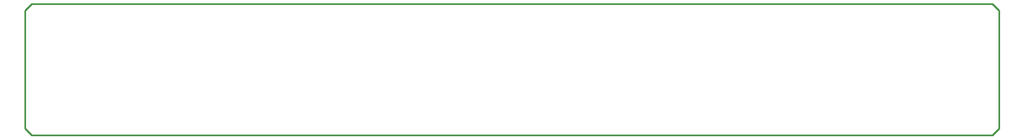
<source format=gbr>
G04 EAGLE Gerber RS-274X export*
G75*
%MOMM*%
%FSLAX34Y34*%
%LPD*%
%IN*%
%IPPOS*%
%AMOC8*
5,1,8,0,0,1.08239X$1,22.5*%
G01*
G04 Define Apertures*
%ADD10C,0.254000*%
D10*
X-50800Y10000D02*
X-40800Y0D01*
X1424900Y0D01*
X1434900Y10000D01*
X1434900Y189900D01*
X1424900Y199900D01*
X-40800Y199900D01*
X-50800Y189900D01*
X-50800Y10000D01*
M02*

</source>
